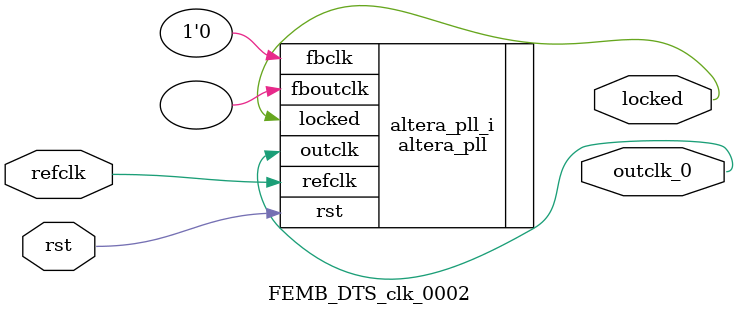
<source format=v>
`timescale 1ns/10ps
module  FEMB_DTS_clk_0002(

	// interface 'refclk'
	input wire refclk,

	// interface 'reset'
	input wire rst,

	// interface 'outclk0'
	output wire outclk_0,

	// interface 'locked'
	output wire locked
);

	altera_pll #(
		.fractional_vco_multiplier("false"),
		.reference_clock_frequency("100.0 MHz"),
		.operation_mode("normal"),
		.number_of_clocks(1),
		.output_clock_frequency0("100.000000 MHz"),
		.phase_shift0("0 ps"),
		.duty_cycle0(50),
		.output_clock_frequency1("0 MHz"),
		.phase_shift1("0 ps"),
		.duty_cycle1(50),
		.output_clock_frequency2("0 MHz"),
		.phase_shift2("0 ps"),
		.duty_cycle2(50),
		.output_clock_frequency3("0 MHz"),
		.phase_shift3("0 ps"),
		.duty_cycle3(50),
		.output_clock_frequency4("0 MHz"),
		.phase_shift4("0 ps"),
		.duty_cycle4(50),
		.output_clock_frequency5("0 MHz"),
		.phase_shift5("0 ps"),
		.duty_cycle5(50),
		.output_clock_frequency6("0 MHz"),
		.phase_shift6("0 ps"),
		.duty_cycle6(50),
		.output_clock_frequency7("0 MHz"),
		.phase_shift7("0 ps"),
		.duty_cycle7(50),
		.output_clock_frequency8("0 MHz"),
		.phase_shift8("0 ps"),
		.duty_cycle8(50),
		.output_clock_frequency9("0 MHz"),
		.phase_shift9("0 ps"),
		.duty_cycle9(50),
		.output_clock_frequency10("0 MHz"),
		.phase_shift10("0 ps"),
		.duty_cycle10(50),
		.output_clock_frequency11("0 MHz"),
		.phase_shift11("0 ps"),
		.duty_cycle11(50),
		.output_clock_frequency12("0 MHz"),
		.phase_shift12("0 ps"),
		.duty_cycle12(50),
		.output_clock_frequency13("0 MHz"),
		.phase_shift13("0 ps"),
		.duty_cycle13(50),
		.output_clock_frequency14("0 MHz"),
		.phase_shift14("0 ps"),
		.duty_cycle14(50),
		.output_clock_frequency15("0 MHz"),
		.phase_shift15("0 ps"),
		.duty_cycle15(50),
		.output_clock_frequency16("0 MHz"),
		.phase_shift16("0 ps"),
		.duty_cycle16(50),
		.output_clock_frequency17("0 MHz"),
		.phase_shift17("0 ps"),
		.duty_cycle17(50),
		.pll_type("General"),
		.pll_subtype("General")
	) altera_pll_i (
		.rst	(rst),
		.outclk	({outclk_0}),
		.locked	(locked),
		.fboutclk	( ),
		.fbclk	(1'b0),
		.refclk	(refclk)
	);
endmodule


</source>
